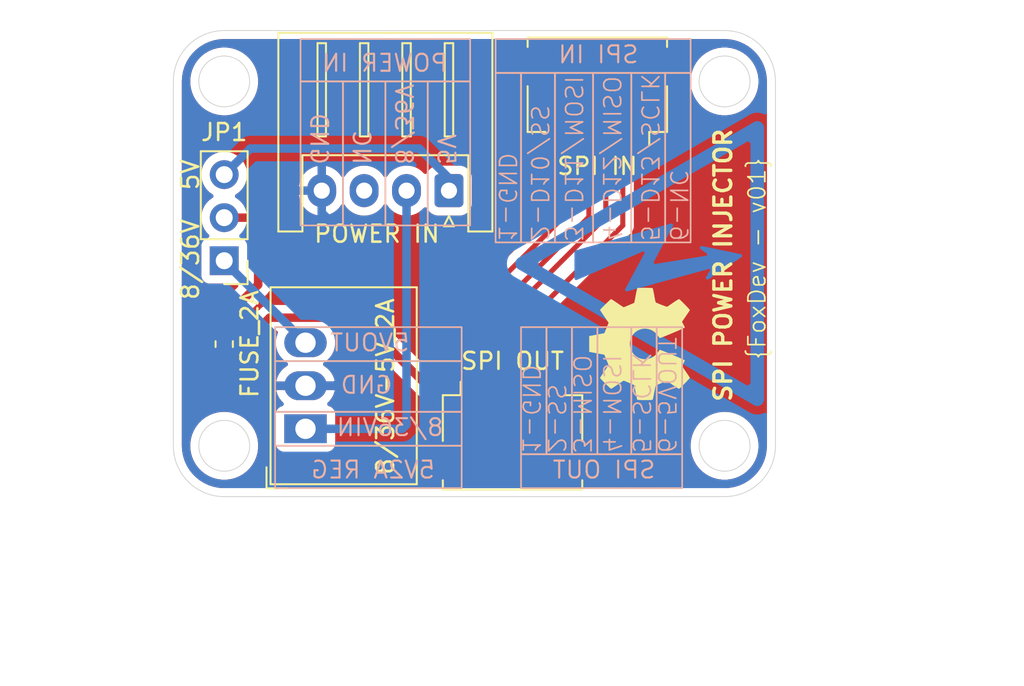
<source format=kicad_pcb>
(kicad_pcb (version 20241229) (generator "pcbnew") (generator_version "9.0")
  (layers (0 "F.Cu" signal) (2 "B.Cu" signal) (13 "F.Paste" user) (15 "B.Paste" user) (5 "F.SilkS" user "F.Silkscreen") (7 "B.SilkS" user "B.Silkscreen") (1 "F.Mask" user) (3 "B.Mask" user) (25 "Edge.Cuts" user))
  (net 0 "")
  (net 1 "GND")
  (net 2 "5VOLT")
  (net 3 "5VIN")
  (net 4 "5VOUT")
  (net 5 "12VIN")
  (net 6 "SS")
  (net 7 "MOSI/MISO")
  (net 8 "MISO/MOSI")
  (net 9 "SCLK")
  (net 10 "FUSE")
  (footprint "Fuse:Fuse_0603_1608Metric_Pad1.05x0.95mm_HandSolder" (layer "F.Cu") (at 137.5 94 -90)
    (property "Reference" "FUSE_2A" (at 0 -1.5 270) (layer "F.SilkS"))
    (property "Value" "Fuse_0603_1608Metric_Pad1.05x0.95mm_HandSolder")
    (fp_line (start -0.171267 0.51) (end 0.171267 0.51) (stroke (width 0.12)) (layer "F.SilkS"))
    (fp_line (start -0.171267 -0.51) (end 0.171267 -0.51) (stroke (width 0.12)) (layer "F.SilkS"))
    (pad "1" smd roundrect (at -0.875 0 270) (size 1.05 0.95) (layers "F.Cu" "F.Mask" "F.Paste") (net 10 "FUSE"))
    (pad "2" smd roundrect (at 0.875 0 270) (size 1.05 0.95) (layers "F.Cu" "F.Mask" "F.Paste") (net 4 "5VOUT"))
  )
  (footprint "Connector_JST:JST_XH_S4B-XH-A_1x04_P2.50mm_Horizontal" (layer "F.Cu") (at 150.75 84.945 180)
    (property "Reference" "POWER IN" (at 4.25 -2.555 0) (layer "F.SilkS"))
    (property "Value" "JST_XH_S4B-XH-A_1x04_P2.50mm_Horizontal")
    (fp_line (start 10.06 9.31) (end 10.06 -2.41) (stroke (width 0.12)) (layer "F.SilkS"))
    (fp_line (start 10.06 -2.41) (end 8.64 -2.41) (stroke (width 0.12)) (layer "F.SilkS"))
    (fp_line (start 8.64 2.09) (end 3.75 2.09) (stroke (width 0.12)) (layer "F.SilkS"))
    (fp_line (start 8.64 -2.41) (end 8.64 2.09) (stroke (width 0.12)) (layer "F.SilkS"))
    (fp_line (start 7.75 8.7) (end 7.75 3.2) (stroke (width 0.12)) (layer "F.SilkS"))
    (fp_line (start 7.75 3.2) (end 7.25 3.2) (stroke (width 0.12)) (layer "F.SilkS"))
    (fp_line (start 7.25 8.7) (end 7.75 8.7) (stroke (width 0.12)) (layer "F.SilkS"))
    (fp_line (start 7.25 3.2) (end 7.25 8.7) (stroke (width 0.12)) (layer "F.SilkS"))
    (fp_line (start 5.25 8.7) (end 5.25 3.2) (stroke (width 0.12)) (layer "F.SilkS"))
    (fp_line (start 5.25 3.2) (end 4.75 3.2) (stroke (width 0.12)) (layer "F.SilkS"))
    (fp_line (start 4.75 8.7) (end 5.25 8.7) (stroke (width 0.12)) (layer "F.SilkS"))
    (fp_line (start 4.75 3.2) (end 4.75 8.7) (stroke (width 0.12)) (layer "F.SilkS"))
    (fp_line (start 3.75 9.31) (end 10.06 9.31) (stroke (width 0.12)) (layer "F.SilkS"))
    (fp_line (start 3.75 9.31) (end -2.56 9.31) (stroke (width 0.12)) (layer "F.SilkS"))
    (fp_line (start 2.75 8.7) (end 2.75 3.2) (stroke (width 0.12)) (layer "F.SilkS"))
    (fp_line (start 2.75 3.2) (end 2.25 3.2) (stroke (width 0.12)) (layer "F.SilkS"))
    (fp_line (start 2.25 8.7) (end 2.75 8.7) (stroke (width 0.12)) (layer "F.SilkS"))
    (fp_line (start 2.25 3.2) (end 2.25 8.7) (stroke (width 0.12)) (layer "F.SilkS"))
    (fp_line (start 0.3 -2.1) (end 0 -1.5) (stroke (width 0.12)) (layer "F.SilkS"))
    (fp_line (start 0.25 8.7) (end 0.25 3.2) (stroke (width 0.12)) (layer "F.SilkS"))
    (fp_line (start 0.25 3.2) (end -0.25 3.2) (stroke (width 0.12)) (layer "F.SilkS"))
    (fp_line (start 0 -1.5) (end -0.3 -2.1) (stroke (width 0.12)) (layer "F.SilkS"))
    (fp_line (start -0.25 8.7) (end 0.25 8.7) (stroke (width 0.12)) (layer "F.SilkS"))
    (fp_line (start -0.25 3.2) (end -0.25 8.7) (stroke (width 0.12)) (layer "F.SilkS"))
    (fp_line (start -0.3 -2.1) (end 0.3 -2.1) (stroke (width 0.12)) (layer "F.SilkS"))
    (fp_line (start -1.14 2.09) (end 3.75 2.09) (stroke (width 0.12)) (layer "F.SilkS"))
    (fp_line (start -1.14 -2.41) (end -1.14 2.09) (stroke (width 0.12)) (layer "F.SilkS"))
    (fp_line (start -2.56 9.31) (end -2.56 -2.41) (stroke (width 0.12)) (layer "F.SilkS"))
    (fp_line (start -2.56 -2.41) (end -1.14 -2.41) (stroke (width 0.12)) (layer "F.SilkS"))
    (pad "1" thru_hole roundrect (at 0 0 180) (size 1.7 1.95) (drill 0.95) (layers "*.Cu" "*.Mask") (roundrect_rratio 0.147059) (net 3 "5VIN"))
    (pad "2" thru_hole oval (at 2.5 0 180) (size 1.7 1.95) (drill 0.95) (layers "*.Cu" "*.Mask") (net 5 "12VIN"))
    (pad "3" thru_hole oval (at 5 0 180) (size 1.7 1.95) (drill 0.95) (layers "*.Cu" "*.Mask"))
    (pad "4" thru_hole oval (at 7.5 0 180) (size 1.7 1.95) (drill 0.95) (layers "*.Cu" "*.Mask") (net 1 "GND"))
  )
  (footprint "Connector_Molex:Molex_Pico-Clasp_202396-0607_1x06-1MP_P1.00mm_Horizontal" (layer "F.Cu") (at 154.5 99)
    (property "Reference" "REF**" (hide yes))
    (property "Value" "Molex_Pico-Clasp_202396-0607_1x06-1MP_P1.00mm_Horizontal")
    (fp_line (start -4.11 -1.985) (end -3.06 -1.985) (stroke (width 0.12)) (layer "F.SilkS"))
    (fp_line (start -4.11 0.715) (end -4.11 -1.985) (stroke (width 0.12)) (layer "F.SilkS"))
    (fp_line (start -4.11 3.035) (end -4.11 3.585) (stroke (width 0.12)) (layer "F.SilkS"))
    (fp_line (start -4.11 3.585) (end 4.11 3.585) (stroke (width 0.12)) (layer "F.SilkS"))
    (fp_line (start -3.06 -1.985) (end -3.06 -2.775) (stroke (width 0.12)) (layer "F.SilkS"))
    (fp_line (start 4.11 -1.985) (end 3.06 -1.985) (stroke (width 0.12)) (layer "F.SilkS"))
    (fp_line (start 4.11 0.715) (end 4.11 -1.985) (stroke (width 0.12)) (layer "F.SilkS"))
    (fp_line (start 4.11 3.585) (end 4.11 3.035) (stroke (width 0.12)) (layer "F.SilkS"))
    (pad "1" smd roundrect (at -2.5 -2.025) (size 0.6 1.5) (layers "F.Cu" "F.Mask" "F.Paste") (net 1 "GND"))
    (pad "2" smd roundrect (at -1.5 -2.025) (size 0.6 1.5) (layers "F.Cu" "F.Mask" "F.Paste") (net 6 "SS"))
    (pad "3" smd roundrect (at -0.5 -2.025) (size 0.6 1.5) (layers "F.Cu" "F.Mask" "F.Paste") (net 8 "MISO/MOSI"))
    (pad "4" smd roundrect (at 0.5 -2.025) (size 0.6 1.5) (layers "F.Cu" "F.Mask" "F.Paste") (net 7 "MOSI/MISO"))
    (pad "5" smd roundrect (at 1.5 -2.025) (size 0.6 1.5) (layers "F.Cu" "F.Mask" "F.Paste") (net 9 "SCLK"))
    (pad "6" smd roundrect (at 2.5 -2.025) (size 0.6 1.5) (layers "F.Cu" "F.Mask" "F.Paste") (net 4 "5VOUT"))
    (pad "MP" smd roundrect (at -3.8 1.875) (size 1.2 1.8) (layers "F.Cu" "F.Mask" "F.Paste") (roundrect_rratio 0.208333))
    (pad "MP" smd roundrect (at 3.8 1.875) (size 1.2 1.8) (layers "F.Cu" "F.Mask" "F.Paste") (roundrect_rratio 0.208333))
  )
  (footprint "Converter_DCDC:Converter_DCDC_RECOM_R-78B-2.0_THT" (layer "F.Cu") (at 142.2925 98.9975 90)
    (property "Reference" "8/36V-5V_2A" (at 2.4975 4.7075 90) (layer "F.SilkS"))
    (property "Value" "K7805-2000R3")
    (fp_line (start -3.51 -2.3) (end -2.27 -2.3) (stroke (width 0.12)) (layer "F.SilkS"))
    (fp_line (start 8.35 -2.06) (end 8.35 6.56) (stroke (width 0.12)) (layer "F.SilkS"))
    (fp_line (start -3.27 -2.06) (end 8.35 -2.06) (stroke (width 0.12)) (layer "F.SilkS"))
    (fp_line (start -3.27 -2.06) (end -3.27 6.56) (stroke (width 0.12)) (layer "F.SilkS"))
    (fp_line (start -3.51 -1.06) (end -3.51 -2.3) (stroke (width 0.12)) (layer "F.SilkS"))
    (fp_line (start -3.27 6.56) (end 8.35 6.56) (stroke (width 0.12)) (layer "F.SilkS"))
    (pad "1" thru_hole rect (at 0 0 90) (size 1.7 2.5) (drill 1.2) (layers "*.Cu" "*.Mask") (net 5 "12VIN"))
    (pad "2" thru_hole oval (at 2.54 0 90) (size 1.7 2.5) (drill 1.2) (layers "*.Cu" "*.Mask") (net 1 "GND"))
    (pad "3" thru_hole oval (at 5.08 0 90) (size 1.7 2.5) (drill 1.2) (layers "*.Cu" "*.Mask") (net 2 "5VOLT"))
  )
  (footprint "Connector_Molex:Molex_Pico-Clasp_202396-0607_1x06-1MP_P1.00mm_Horizontal" (layer "F.Cu") (at 159.5 79.5 180)
    (property "Reference" "SPI IN" (at 0 -4 0) (layer "F.SilkS"))
    (property "Value" "Molex_Pico-Clasp_202396-0607_1x06-1MP_P1.00mm_Horizontal")
    (fp_line (start 4.11 3.585) (end 4.11 3.035) (stroke (width 0.12)) (layer "F.SilkS"))
    (fp_line (start 4.11 0.715) (end 4.11 -1.985) (stroke (width 0.12)) (layer "F.SilkS"))
    (fp_line (start 4.11 -1.985) (end 3.06 -1.985) (stroke (width 0.12)) (layer "F.SilkS"))
    (fp_line (start -3.06 -1.985) (end -3.06 -2.775) (stroke (width 0.12)) (layer "F.SilkS"))
    (fp_line (start -4.11 3.585) (end 4.11 3.585) (stroke (width 0.12)) (layer "F.SilkS"))
    (fp_line (start -4.11 3.035) (end -4.11 3.585) (stroke (width 0.12)) (layer "F.SilkS"))
    (fp_line (start -4.11 0.715) (end -4.11 -1.985) (stroke (width 0.12)) (layer "F.SilkS"))
    (fp_line (start -4.11 -1.985) (end -3.06 -1.985) (stroke (width 0.12)) (layer "F.SilkS"))
    (pad "1" smd roundrect (at -2.5 -2.025 180) (size 0.6 1.5) (layers "F.Cu" "F.Mask" "F.Paste"))
    (pad "2" smd roundrect (at -1.5 -2.025 180) (size 0.6 1.5) (layers "F.Cu" "F.Mask" "F.Paste") (net 9 "SCLK"))
    (pad "3" smd roundrect (at -0.5 -2.025 180) (size 0.6 1.5) (layers "F.Cu" "F.Mask" "F.Paste") (net 7 "MOSI/MISO"))
    (pad "4" smd roundrect (at 0.5 -2.025 180) (size 0.6 1.5) (layers "F.Cu" "F.Mask" "F.Paste") (net 8 "MISO/MOSI"))
    (pad "5" smd roundrect (at 1.5 -2.025 180) (size 0.6 1.5) (layers "F.Cu" "F.Mask" "F.Paste") (net 6 "SS"))
    (pad "6" smd roundrect (at 2.5 -2.025 180) (size 0.6 1.5) (layers "F.Cu" "F.Mask" "F.Paste") (net 1 "GND"))
    (pad "MP" smd roundrect (at -3.8 1.875 180) (size 1.2 1.8) (layers "F.Cu" "F.Mask" "F.Paste") (roundrect_rratio 0.208333))
    (pad "MP" smd roundrect (at 3.8 1.875 180) (size 1.2 1.8) (layers "F.Cu" "F.Mask" "F.Paste") (roundrect_rratio 0.208333))
  )
  (footprint "Connector_PinHeader_2.54mm:PinHeader_1x03_P2.54mm_Vertical" (layer "F.Cu") (at 137.5 89.08 180)
    (property "Reference" "JP1" (at 0 7.58 180) (layer "F.SilkS"))
    (property "Value" "PinHeader_1x03_P2.54mm_Vertical")
    (fp_line (start 1.38 1.27) (end 1.38 6.46) (stroke (width 0.12)) (layer "F.SilkS"))
    (fp_line (start -1.38 6.46) (end 1.38 6.46) (stroke (width 0.12)) (layer "F.SilkS"))
    (fp_line (start -1.38 1.27) (end 1.38 1.27) (stroke (width 0.12)) (layer "F.SilkS"))
    (fp_line (start -1.38 1.27) (end -1.38 6.46) (stroke (width 0.12)) (layer "F.SilkS"))
    (fp_line (start -1.38 0) (end -1.38 -1.38) (stroke (width 0.12)) (layer "F.SilkS"))
    (fp_line (start -1.38 -1.38) (end 0 -1.38) (stroke (width 0.12)) (layer "F.SilkS"))
    (pad "1" thru_hole rect (at 0 0 180) (size 1.7 1.7) (drill 1) (layers "*.Cu" "*.Mask") (net 2 "5VOLT"))
    (pad "2" thru_hole circle (at 0 2.54 180) (size 1.7 1.7) (drill 1) (layers "*.Cu" "*.Mask") (net 10 "FUSE"))
    (pad "3" thru_hole circle (at 0 5.08 180) (size 1.7 1.7) (drill 1) (layers "*.Cu" "*.Mask") (net 3 "5VIN"))
  )
  (footprint "Symbol:OSHW-Symbol_6.7x6mm_SilkScreen" (layer "F.Cu") (at 162 94 90)
    (property "Reference" "REF**" (hide yes))
    (property "Value" "OSHW-Symbol_6.7x6mm_SilkScreen" (hide yes))
    (fp_poly (pts (xy 0.555814 -2.531069) (xy 0.639635 -2.086445) (xy 0.94892 -1.958947) (xy 1.258206 -1.831449) (xy 1.629246 -2.083754) (xy 1.733157 -2.154004) (xy 1.827087 -2.216728) (xy 1.906652 -2.269062) (xy 1.96747 -2.308143) (xy 2.005157 -2.331107) (xy 2.015421 -2.336058) (xy 2.03391 -2.323324) (xy 2.07342 -2.288118) (xy 2.129522 -2.234938) (xy 2.197787 -2.168282) (xy 2.273786 -2.092646) (xy 2.353092 -2.012528) (xy 2.431275 -1.932426) (xy 2.503907 -1.856836) (xy 2.566559 -1.790255) (xy 2.614803 -1.737182) (xy 2.64421 -1.702113) (xy 2.651241 -1.690377) (xy 2.641123 -1.66874) (xy 2.612759 -1.621338) (xy 2.569129 -1.552807) (xy 2.513218 -1.467785) (xy 2.448006 -1.370907) (xy 2.410219 -1.31565) (xy 2.341343 -1.214752) (xy 2.28014 -1.123701) (xy 2.229578 -1.04703) (xy 2.192628 -0.989272) (xy 2.172258 -0.954957) (xy 2.169197 -0.947746) (xy 2.176136 -0.927252) (xy 2.195051 -0.879487) (xy 2.223087 -0.811168) (xy 2.257391 -0.729011) (xy 2.295109 -0.63973) (xy 2.333387 -0.550042) (xy 2.36937 -0.466662) (xy 2.400206 -0.396306) (xy 2.423039 -0.34569) (xy 2.435017 -0.321529) (xy 2.435724 -0.320578) (xy 2.454531 -0.315964) (xy 2.504618 -0.305672) (xy 2.580793 -0.290713) (xy 2.677865 -0.272099) (xy 2.790643 -0.250841) (xy 2.856442 -0.238582) (xy 2.97695 -0.215638) (xy 3.085797 -0.193805) (xy 3.177476 -0.174278) (xy 3.246481 -0.158252) (xy 3.287304 -0.146921) (xy 3.295511 -0.143326) (xy 3.303548 -0.118994) (xy 3.310033 -0.064041) (xy 3.31497 0.015108) (xy 3.318364 0.112026) (xy 3.320218 0.220287) (xy 3.320538 0.333465) (xy 3.319327 0.445135) (xy 3.31659 0.548868) (xy 3.312331 0.638241) (xy 3.306555 0.706826) (xy 3.299267 0.748197) (xy 3.294895 0.75681) (xy 3.268764 0.767133) (xy 3.213393 0.781892) (xy 3.136107 0.799352) (xy 3.04423 0.81778) (xy 3.012158 0.823741) (xy 2.857524 0.852066) (xy 2.735375 0.874876) (xy 2.641673 0.89308) (xy 2.572384 0.907583) (xy 2.523471 0.919292) (xy 2.490897 0.929115) (xy 2.470628 0.937956) (xy 2.458626 0.946724) (xy 2.456947 0.948457) (xy 2.440184 0.976371) (xy 2.414614 1.030695) (xy 2.382788 1.104777) (xy 2.34726 1.191965) (xy 2.310583 1.285608) (xy 2.275311 1.379052) (xy 2.243996 1.465647) (xy 2.219193 1.53874) (xy 2.203454 1.591678) (xy 2.199332 1.617811) (xy 2.199676 1.618726) (xy 2.213641 1.640086) (xy 2.245322 1.687084) (xy 2.291391 1.754827) (xy 2.348518 1.838423) (xy 2.413373 1.932982) (xy 2.431843 1.959854) (xy 2.497699 2.057275) (xy 2.55565 2.146163) (xy 2.602538 2.221412) (xy 2.635207 2.27792) (xy 2.6505 2.310581) (xy 2.651241 2.314593) (xy 2.638392 2.335684) (xy 2.602888 2.377464) (xy 2.549293 2.435445) (xy 2.482171 2.505135) (xy 2.406087 2.582045) (xy 2.325604 2.661683) (xy 2.245287 2.739561) (xy 2.169699 2.811186) (xy 2.103405 2.87207) (xy 2.050969 2.917721) (xy 2.016955 2.94365) (xy 2.007545 2.947883) (xy 1.985643 2.937912) (xy 1.9408 2.91102) (xy 1.880321 2.871736) (xy 1.833789 2.840117) (xy 1.749475 2.782098) (xy 1.649626 2.713784) (xy 1.549473 2.645579) (xy 1.495627 2.609075) (xy 1.313371 2.4858) (xy 1.160381 2.56852) (xy 1.090682 2.604759) (xy 1.031414 2.632926) (xy 0.991311 2.648991) (xy 0.981103 2.651226) (xy 0.968829 2.634722) (xy 0.944613 2.588082) (xy 0.910263 2.515609) (xy 0.867588 2.421606) (xy 0.818394 2.310374) (xy 0.76449 2.186215) (xy 0.707684 2.053432) (xy 0.649782 1.916327) (xy 0.592593 1.779202) (xy 0.537924 1.646358) (xy 0.487584 1.522098) (xy 0.44338 1.410725) (xy 0.407119 1.316539) (xy 0.380609 1.243844) (xy 0.365658 1.196941) (xy 0.363254 1.180833) (xy 0.382311 1.160286) (xy 0.424036 1.126933) (xy 0.479706 1.087702) (xy 0.484378 1.084599) (xy 0.628264 0.969423) (xy 0.744283 0.835053) (xy 0.83143 0.685784) (xy 0.888699 0.525913) (xy 0.915086 0.359737) (xy 0.909585 0.191552) (xy 0.87119 0.025655) (xy 0.798895 -0.133658) (xy 0.777626 -0.168513) (xy 0.666996 -0.309263) (xy 0.536302 -0.422286) (xy 0.390064 -0.506997) (xy 0.232808 -0.562806) (xy 0.069057 -0.589126) (xy -0.096667 -0.58537) (xy -0.259838 -0.55095) (xy -0.415935 -0.485277) (xy -0.560433 -0.387765) (xy -0.605131 -0.348187) (xy -0.718888 -0.224297) (xy -0.801782 -0.093876) (xy -0.858644 0.052315) (xy -0.890313 0.197088) (xy -0.898131 0.35986) (xy -0.872062 0.52344) (xy -0.814755 0.682298) (xy -0.728856 0.830906) (xy -0.617014 0.963735) (xy -0.481877 1.075256) (xy -0.464117 1.087011) (xy -0.40785 1.125508) (xy -0.365077 1.158863) (xy -0.344628 1.18016) (xy -0.344331 1.180833) (xy -0.348721 1.203871) (xy -0.366124 1.256157) (xy -0.394732 1.33339) (xy -0.432735 1.431268) (xy -0.478326 1.545491) (xy -0.529697 1.671758) (xy -0.585038 1.805767) (xy -0.642542 1.943218) (xy -0.700399 2.079808) (xy -0.756802 2.211237) (xy -0.809942 2.333205) (xy -0.85801 2.441409) (xy -0.899199 2.531549) (xy -0.931699 2.599323) (xy -0.953703 2.64043) (xy -0.962564 2.651226) (xy -0.98964 2.642819) (xy -1.040303 2.620272) (xy -1.105817 2.587613) (xy -1.141841 2.56852) (xy -1.294832 2.4858) (xy -1.477088 2.609075) (xy -1.570125 2.672228) (xy -1.671985 2.741727) (xy -1.767438 2.807165) (xy -1.81525 2.840117) (xy -1.882495 2.885273) (xy -1.939436 2.921057) (xy -1.978646 2.942938) (xy -1.991381 2.947563) (xy -2.009917 2.935085) (xy -2.050941 2.900252) (xy -2.110475 2.846678) (xy -2.184542 2.777983) (xy -2.269165 2.697781) (xy -2.322685 2.646286) (xy -2.416319 2.554286) (xy -2.497241 2.471999) (xy -2.562177 2.402945) (xy -2.607858 2.350644) (xy -2.631011 2.318616) (xy -2.633232 2.312116) (xy -2.622924 2.287394) (xy -2.594439 2.237405) (xy -2.550937 2.167212) (xy -2.495577 2.081875) (xy -2.43152 1.986456) (xy -2.413303 1.959854) (xy -2.346927 1.863167) (xy -2.287378 1.776117) (xy -2.237984 1.703595) (xy -2.202075 1.650493) (xy -2.182981 1.621703) (xy -2.181136 1.618726) (xy -2.183895 1.595782) (xy -2.198538 1.545336) (xy -2.222513 1.474041) (xy -2.253266 1.388547) (xy -2.288244 1.295507) (xy -2.324893 1.201574) (xy -2.360661 1.113399) (xy -2.392994 1.037634) (xy -2.419338 0.980931) (xy -2.437142 0.949943) (xy -2.438407 0.948457) (xy -2.449294 0.939601) (xy -2.467682 0.930843) (xy -2.497606 0.921277) (xy -2.543103 0.909996) (xy -2.608209 0.896093) (xy -2.696961 0.878663) (xy -2.813393 0.856798) (xy -2.961542 0.829591) (xy -2.993618 0.823741) (xy -3.088686 0.805374) (xy -3.171565 0.787405) (xy -3.23493 0.771569) (xy -3.271458 0.7596) (xy -3.276356 0.75681) (xy -3.284427 0.732072) (xy -3.290987 0.67679) (xy -3.296033 0.597389) (xy -3.299559 0.500296) (xy -3.301561 0.391938) (xy -3.302036 0.27874) (xy -3.300977 0.167128) (xy -3.298382 0.063529) (xy -3.294246 -0.025632) (xy -3.288563 -0.093928) (xy -3.281331 -0.134934) (xy -3.276971 -0.143326) (xy -3.252698 -0.151792) (xy -3.197426 -0.165565) (xy -3.116662 -0.18345) (xy -3.015912 -0.204252) (xy -2.900683 -0.226777) (xy -2.837902 -0.238582) (xy -2.718787 -0.260849) (xy -2.612565 -0.281021) (xy -2.524427 -0.298085) (xy -2.459566 -0.311031) (xy -2.423174 -0.318845) (xy -2.417184 -0.320578) (xy -2.407061 -0.34011) (xy -2.385662 -0.387157) (xy -2.355839 -0.454997) (xy -2.320445 -0.536909) (xy -2.282332 -0.626172) (xy -2.244353 -0.716065) (xy -2.20936 -0.799865) (xy -2.180206 -0.870853) (xy -2.159743 -0.922306) (xy -2.150823 -0.947503) (xy -2.150657 -0.948604) (xy -2.160769 -0.968481) (xy -2.189117 -1.014223) (xy -2.232723 -1.081283) (xy -2.288606 -1.165116) (xy -2.353787 -1.261174) (xy -2.391679 -1.31635) (xy -2.460725 -1.417519) (xy -2.52205 -1.50937) (xy -2.572663 -1.587256) (xy -2.609571 -1.646531) (xy -2.629782 -1.682549) (xy -2.632701 -1.690623) (xy -2.620153 -1.709416) (xy -2.585463 -1.749543) (xy -2.533063 -1.806507) (xy -2.467384 -1.875815) (xy -2.392856 -1.952969) (xy -2.313913 -2.033475) (xy -2.234983 -2.112837) (xy -2.1605 -2.18656) (xy -2.094894 -2.250148) (xy -2.042596 -2.299106) (xy -2.008039 -2.328939) (xy -1.996478 -2.336058) (xy -1.977654 -2.326047) (xy -1.932631 -2.297922) (xy -1.865787 -2.254546) (xy -1.781499 -2.198782) (xy -1.684144 -2.133494) (xy -1.610707 -2.083754) (xy -1.239667 -1.831449) (xy -0.621095 -2.086445) (xy -0.537275 -2.531069) (xy -0.453454 -2.975693) (xy 0.471994 -2.975693) (xy 0.555814 -2.531069)) (stroke (width 0.01)) (fill yes) (layer "F.SilkS"))
  )
  (footprint "Symbol:Symbol_HighVoltage_Triangle_17x15mm_Copper" (layer "B.Cu") (at 162 89.25 -90)
    (property "Reference" "REF**" (hide yes))
    (property "Value" "Symbol_HighVoltage_Triangle_17x15mm_Copper" (hide yes))
    (fp_line (start -0.26 6.06) (end 0.26 6.06) (stroke (width 0.2)) (layer "B.Cu"))
    (fp_line (start -0.91 -0.16) (end -0.63 -0.47) (stroke (width 0.2)) (layer "B.Cu"))
    (fp_line (start -0.63 -0.47) (end -0.1 -0.66) (stroke (width 0.2)) (layer "B.Cu"))
    (fp_line (start -0.1 -0.66) (end 0.24 -0.93) (stroke (width 0.2)) (layer "B.Cu"))
    (fp_line (start -0.64 -4.05) (end 0.48 -4.27) (stroke (width 0.2)) (layer "B.Cu"))
    (fp_line (start 7.106839 -6.674632) (end 7.373161 -6.265368) (stroke (width 0.2)) (layer "B.Cu"))
    (fp_line (start -7.126839 -6.694632) (end -7.393161 -6.285368) (stroke (width 0.2)) (layer "B.Cu"))
    (fp_line (start -8 -6.93) (end 0 6.93) (stroke (width 0.8)) (layer "B.Cu"))
    (fp_line (start 8 -6.93) (end 0 6.93) (stroke (width 0.8)) (layer "B.Cu"))
    (fp_line (start 8 -6.93) (end -8 -6.93) (stroke (width 0.8)) (layer "B.Cu"))
    (fp_poly (pts (xy -1 -0.6) (xy 1.54 0.76525) (xy 0.11125 -4.441749) (xy 0.8415 -3.99725) (xy -0.460251 -5.933999) (xy -0.9365 -3.648) (xy -0.4285 -4.3465) (xy 0.17475 -0.568249) (xy -2.27 -1.87) (xy -0.682501 3.74975) (xy 0.873249 3.74975)) (stroke (width 0.2)) (fill yes) (layer "B.Cu"))
  )
  (gr_rect (start 159.5 93) (end 161.5 100.5) (stroke (width 0.1)) (fill no) (layer "B.SilkS"))
  (gr_rect (start 158 93) (end 159.5 100.5) (stroke (width 0.1)) (fill no) (layer "B.SilkS"))
  (gr_rect (start 140.5 95) (end 151.5 98) (stroke (width 0.1)) (fill no) (layer "B.SilkS"))
  (gr_rect (start 155 100.5) (end 164.5 102.5) (stroke (width 0.1)) (fill no) (layer "B.SilkS"))
  (gr_rect (start 161.5 93) (end 163 100.5) (stroke (width 0.1)) (fill no) (layer "B.SilkS"))
  (gr_rect (start 156.5 93) (end 158 100.5) (stroke (width 0.1)) (fill no) (layer "B.SilkS"))
  (gr_rect (start 153.5 78) (end 155 88) (stroke (width 0.1)) (fill no) (layer "B.SilkS"))
  (gr_rect (start 161.5 78) (end 163.5 88) (stroke (width 0.1)) (fill no) (layer "B.SilkS"))
  (gr_rect (start 140.5 93) (end 151.5 95) (stroke (width 0.1)) (fill no) (layer "B.SilkS"))
  (gr_rect (start 157 78) (end 159.25 88) (stroke (width 0.1)) (fill no) (layer "B.SilkS"))
  (gr_rect (start 155 78) (end 157 88) (stroke (width 0.1)) (fill no) (layer "B.SilkS"))
  (gr_rect (start 142 78.5) (end 144.5 87) (stroke (width 0.1)) (fill no) (layer "B.SilkS"))
  (gr_rect (start 153.5 76) (end 165 78) (stroke (width 0.1)) (fill no) (layer "B.SilkS"))
  (gr_rect (start 159.25 78) (end 161.5 88) (stroke (width 0.1)) (fill no) (layer "B.SilkS"))
  (gr_rect (start 147 78.5) (end 149.5 87) (stroke (width 0.1)) (fill no) (layer "B.SilkS"))
  (gr_rect (start 140.5 98) (end 151.5 100) (stroke (width 0.1)) (fill no) (layer "B.SilkS"))
  (gr_rect (start 140.5 100) (end 151.5 102.5) (stroke (width 0.1)) (fill no) (layer "B.SilkS"))
  (gr_rect (start 163.5 78) (end 165 88) (stroke (width 0.1)) (fill no) (layer "B.SilkS"))
  (gr_rect (start 144.5 78.5) (end 147 87) (stroke (width 0.1)) (fill no) (layer "B.SilkS"))
  (gr_rect (start 163 93) (end 164.5 100.5) (stroke (width 0.1)) (fill no) (layer "B.SilkS"))
  (gr_rect (start 142 76) (end 152 78.5) (stroke (width 0.1)) (fill no) (layer "B.SilkS"))
  (gr_rect (start 155 93) (end 156.5 100.5) (stroke (width 0.1)) (fill no) (layer "B.SilkS"))
  (gr_rect (start 149.5 78.5) (end 152 87) (stroke (width 0.1)) (fill no) (layer "B.SilkS"))
  (gr_line (start 137.5 75.5) (end 167 75.5) (stroke (width 0.05)) (layer "Edge.Cuts"))
  (gr_arc (start 137.5 103) (mid 135.37868 102.12132) (end 134.5 100) (stroke (width 0.05)) (layer "Edge.Cuts"))
  (gr_line (start 134.5 100) (end 134.5 78.5) (stroke (width 0.05)) (layer "Edge.Cuts"))
  (gr_circle (center 167 78.5) (end 168.5 78.5) (stroke (width 0.05)) (fill no) (layer "Edge.Cuts"))
  (gr_arc (start 167 75.5) (mid 169.12132 76.37868) (end 170 78.5) (stroke (width 0.05)) (layer "Edge.Cuts"))
  (gr_arc (start 170 100) (mid 169.12132 102.12132) (end 167 103) (stroke (width 0.05)) (layer "Edge.Cuts"))
  (gr_circle (center 137.5 100) (end 139 100) (stroke (width 0.05)) (fill no) (layer "Edge.Cuts"))
  (gr_line (start 167 103) (end 137.5 103) (stroke (width 0.05)) (layer "Edge.Cuts"))
  (gr_line (start 170 78.5) (end 170 100) (stroke (width 0.05)) (layer "Edge.Cuts"))
  (gr_arc (start 134.5 78.5) (mid 135.37868 76.37868) (end 137.5 75.5) (stroke (width 0.05)) (layer "Edge.Cuts"))
  (gr_circle (center 167 100) (end 168.5 100) (stroke (width 0.05)) (fill no) (layer "Edge.Cuts"))
  (gr_circle (center 137.5 78.5) (end 139 78.5) (stroke (width 0.05)) (fill no) (layer "Edge.Cuts"))
  (gr_text "SPI POWER INJECTOR" (at 167.5 97.5 90) (layer "F.SilkS") (effects (font (size 1 1) (thickness 0.2) (bold yes)) (justify left bottom)))
  (gr_text "5V" (at 135.5 84 90) (layer "F.SilkS") (effects (font (size 1 1))))
  (gr_text "{FoxDev - v01}" (at 169.5 95 90) (layer "F.SilkS") (effects (font (size 1 1) (thickness 0.1)) (justify left bottom)))
  (gr_text "8/36V" (at 135.5 89 90) (layer "F.SilkS") (effects (font (size 1 1))))
  (gr_text "SPI OUT" (at 154.5 95 0) (layer "F.SilkS") (effects (font (size 1 1))))
  (gr_text "2-SS" (at 156.5 100.5 270) (layer "B.SilkS") (effects (font (size 1 1) (thickness 0.1)) (justify left bottom mirror)))
  (gr_text "2-D10/SS" (at 155.5 88 270) (layer "B.SilkS") (effects (font (size 1 1) (thickness 0.1)) (justify left bottom mirror)))
  (gr_text "8/36VIN" (at 150.5 99.5 0) (layer "B.SilkS") (effects (font (size 1 1) (thickness 0.125)) (justify left bottom mirror)))
  (gr_text "8/36V" (at 147.5 83.5 270) (layer "B.SilkS") (effects (font (size 1 1) (thickness 0.125)) (justify left bottom mirror)))
  (gr_text "GND" (at 147.5 97 0) (layer "B.SilkS") (effects (font (size 1 1) (thickness 0.125)) (justify left bottom mirror)))
  (gr_text "5V" (at 150 83.5 270) (layer "B.SilkS") (effects (font (size 1 1) (thickness 0.125)) (justify left bottom mirror)))
  (gr_text "4-MOSI" (at 159.75 100.5 270) (layer "B.SilkS") (effects (font (size 1 1) (thickness 0.1)) (justify left bottom mirror)))
  (gr_text "1-GND" (at 153.6 88 270) (layer "B.SilkS") (effects (font (size 1 1) (thickness 0.1)) (justify left bottom mirror)))
  (gr_text "GND" (at 142.5 83.5 270) (layer "B.SilkS") (effects (font (size 1 1) (thickness 0.125)) (justify left bottom mirror)))
  (gr_text "SPI OUT" (at 163 102 0) (layer "B.SilkS") (effects (font (size 1 1) (thickness 0.125)) (justify left bottom mirror)))
  (gr_text "5-SCLK" (at 161.5 100.5 270) (layer "B.SilkS") (effects (font (size 1 1) (thickness 0.1)) (justify left bottom mirror)))
  (gr_text "5V2A REG" (at 150 102 0) (layer "B.SilkS") (effects (font (size 1 1) (thickness 0.125)) (justify left bottom mirror)))
  (gr_text "1-GND" (at 155 100.5 270) (layer "B.SilkS") (effects (font (size 1 1) (thickness 0.1)) (justify left bottom mirror)))
  (gr_text "POWER IN" (at 150.75 78 0) (layer "B.SilkS") (effects (font (size 1 1) (thickness 0.125)) (justify left bottom mirror)))
  (gr_text "3-D11/MOSI" (at 157.5 88 270) (layer "B.SilkS") (effects (font (size 1 1) (thickness 0.1)) (justify left bottom mirror)))
  (gr_text "SPI IN" (at 162 77.5 0) (layer "B.SilkS") (effects (font (size 1 1) (thickness 0.125)) (justify left bottom mirror)))
  (gr_text "4-D12/MISO" (at 159.75 88 270) (layer "B.SilkS") (effects (font (size 1 1) (thickness 0.1)) (justify left bottom mirror)))
  (gr_text "NC" (at 145 83.5 270) (layer "B.SilkS") (effects (font (size 1 1) (thickness 0.125)) (justify left bottom mirror)))
  (gr_text "6-NC" (at 163.7 88 270) (layer "B.SilkS") (effects (font (size 1 1) (thickness 0.1)) (justify left bottom mirror)))
  (gr_text "3-MISO" (at 158 100.5 270) (layer "B.SilkS") (effects (font (size 1 1) (thickness 0.1)) (justify left bottom mirror)))
  (gr_text "5-D13/SCLK" (at 162 88 270) (layer "B.SilkS") (effects (font (size 1 1) (thickness 0.1)) (justify left bottom mirror)))
  (gr_text "5VOUT" (at 148.5 94.5 0) (layer "B.SilkS") (effects (font (size 1 1) (thickness 0.125)) (justify left bottom mirror)))
  (gr_text "6-5VOUT" (at 163 100.5 270) (layer "B.SilkS") (effects (font (size 1 1) (thickness 0.1)) (justify left bottom mirror)))
  (segment (start 157 81.525) (end 157 85.5) (width 0.3) (layer "F.Cu") (net 1))
  (segment (start 152 96.975) (end 152 97.724999) (width 0.2) (layer "F.Cu") (net 1))
  (segment (start 152 90.5) (end 152 96.975) (width 0.3) (layer "F.Cu") (net 1))
  (segment (start 157 85.5) (end 152 90.5) (width 0.3) (layer "F.Cu") (net 1))
  (segment (start 144.0425 96.4575) (end 145.5 95) (width 0.5) (layer "B.Cu") (net 1))
  (segment (start 142.2925 96.4575) (end 144.0425 96.4575) (width 0.5) (layer "B.Cu") (net 1))
  (segment (start 145.5 95) (end 145.5 88.5) (width 0.5) (layer "B.Cu") (net 1))
  (segment (start 143.25 86.25) (end 143.25 84.945) (width 0.5) (layer "B.Cu") (net 1))
  (segment (start 145.5 88.5) (end 143.25 86.25) (width 0.5) (layer "B.Cu") (net 1))
  (segment (start 137.5 89.125) (end 137.5 89.08) (width 0.2) (layer "B.Cu") (net 2))
  (segment (start 142.2925 93.9175) (end 137.5 89.125) (width 0.5) (layer "B.Cu") (net 2))
  (segment (start 150.75 84.945) (end 150.75 84.21) (width 0.5) (layer "B.Cu") (net 3))
  (segment (start 139.04 82.46) (end 137.5 84) (width 0.5) (layer "B.Cu") (net 3))
  (segment (start 149 82.46) (end 139.04 82.46) (width 0.5) (layer "B.Cu") (net 3))
  (segment (start 150.75 84.21) (end 149 82.46) (width 0.5) (layer "B.Cu") (net 3))
  (segment (start 156.5 99) (end 152 99) (width 0.5) (layer "F.Cu") (net 4))
  (segment (start 157 98.5) (end 156.5 99) (width 0.5) (layer "F.Cu") (net 4))
  (segment (start 145.441818 92.441818) (end 140.174546 92.441818) (width 0.5) (layer "F.Cu") (net 4))
  (segment (start 137.741364 94.875) (end 137.5 94.875) (width 0.5) (layer "F.Cu") (net 4))
  (segment (start 152 99) (end 145.441818 92.441818) (width 0.5) (layer "F.Cu") (net 4))
  (segment (start 157 96.975) (end 157 98.5) (width 0.5) (layer "F.Cu") (net 4))
  (segment (start 140.174546 92.441818) (end 137.741364 94.875) (width 0.5) (layer "F.Cu") (net 4))
  (segment (start 148.25 98.75) (end 148.25 94.25) (width 0.5) (layer "B.Cu") (net 5))
  (segment (start 148.0025 98.9975) (end 148.25 98.75) (width 0.5) (layer "B.Cu") (net 5))
  (segment (start 148.25 84.945) (end 148.25 94.25) (width 0.5) (layer "B.Cu") (net 5))
  (segment (start 141.7925 98.9975) (end 148.0025 98.9975) (width 0.5) (layer "B.Cu") (net 5))
  (segment (start 153 91) (end 158 86) (width 0.3) (layer "F.Cu") (net 6))
  (segment (start 153 96.975) (end 153 91) (width 0.3) (layer "F.Cu") (net 6))
  (segment (start 153 96.975) (end 153 97.724999) (width 0.2) (layer "F.Cu") (net 6))
  (segment (start 158 86) (end 158 81.525) (width 0.3) (layer "F.Cu") (net 6))
  (segment (start 155 96.975) (end 155 91.5) (width 0.3) (layer "F.Cu") (net 7))
  (segment (start 155 91.5) (end 160 86.5) (width 0.3) (layer "F.Cu") (net 7))
  (segment (start 160 86.5) (end 160 81.525) (width 0.3) (layer "F.Cu") (net 7))
  (segment (start 155 96.975) (end 155 97.366968) (width 0.2) (layer "F.Cu") (net 7))
  (segment (start 159 86.5) (end 159 81.525) (width 0.3) (layer "F.Cu") (net 8))
  (segment (start 154 91.5) (end 159 86.5) (width 0.3) (layer "F.Cu") (net 8))
  (segment (start 154 96.975) (end 154 91.5) (width 0.3) (layer "F.Cu") (net 8))
  (segment (start 154 96.975) (end 154 97.366968) (width 0.2) (layer "F.Cu") (net 8))
  (segment (start 156 96.975) (end 156 92) (width 0.3) (layer "F.Cu") (net 9))
  (segment (start 161 87) (end 161 81.525) (width 0.3) (layer "F.Cu") (net 9))
  (segment (start 156 96.975) (end 156 97.724999) (width 0.2) (layer "F.Cu") (net 9))
  (segment (start 156 92) (end 161 87) (width 0.3) (layer "F.Cu") (net 9))
  (segment (start 139.5 87) (end 139.5 90.5) (width 0.5) (layer "F.Cu") (net 10))
  (segment (start 139.5 90.5) (end 137.5 92.5) (width 0.5) (layer "F.Cu") (net 10))
  (segment (start 137.5 92.5) (end 137.5 93.125) (width 0.5) (layer "F.Cu") (net 10))
  (segment (start 139.04 86.54) (end 139.5 87) (width 0.5) (layer "F.Cu") (net 10))
  (segment (start 137.5 86.54) (end 139.04 86.54) (width 0.5) (layer "F.Cu") (net 10))
  (zone (net 1) (net_name "GND") (layers "F.Cu" "B.Cu") (name "Ground") (connect_pads (clearance 0.5)) (min_thickness 0.25) (fill yes (thermal_gap 0.5) (thermal_bridge_width 0.5))
    (polygon (pts (xy 170 75.5) (xy 170 103) (xy 134.5 103) (xy 134.5 75.5)))
  )
)
</source>
